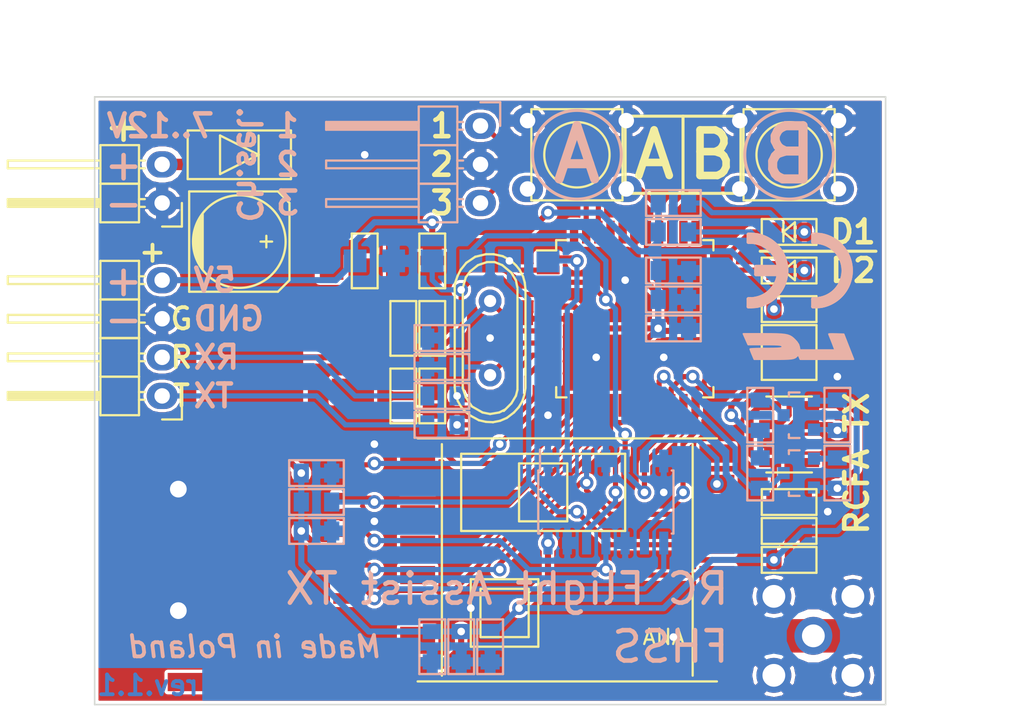
<source format=kicad_pcb>
(kicad_pcb (version 4) (host pcbnew 4.0.7)
  (layers (0 F.Cu signal) (31 B.Cu signal) (34 B.Paste user) (35 F.Paste user) (36 B.SilkS user) (37 F.SilkS user hide) (38 B.Mask user) (39 F.Mask user) (44 Edge.Cuts user))
  (net 0 "")
  (net 1 +BATT)
  (net 2 GND)
  (net 3 +5V)
  (net 4 +3V3)
  (net 5 H_MOSI)
  (net 6 MISO)
  (net 7 H_SCK)
  (net 8 RX)
  (net 9 BTN_B)
  (net 10 INT_PS)
  (net 11 INT_FNE)
  (net 12 INT_MR)
  (net 13 H_SS_SD)
  (net 14 H_SS_RADIO)
  (net 15 "Net-(R3-Pad1)")
  (net 16 L_SCK)
  (net 17 L_MOSI)
  (net 18 L_SS_RADIO)
  (net 19 L_SS_SD)
  (net 20 "Net-(C5-Pad1)")
  (net 21 BTN_A)
  (net 22 RESET)
  (net 23 "Net-(C4-Pad1)")
  (net 24 FQ_2)
  (net 25 FQ_1)
  (net 26 "Net-(D3-Pad2)")
  (net 27 /ANA)
  (net 28 RST)
  (net 29 H_SCL)
  (net 30 H_SDA)
  (net 31 L_SCL)
  (net 32 L_SDA)
  (net 33 SD_CD)
  (net 34 TX)
  (net 35 LED_D1)
  (net 36 LED_D2)
  (net 37 "Net-(D1-Pad2)")
  (net 38 "Net-(D2-Pad2)")
  (net 39 "Net-(C14-Pad1)")
  (net 40 "Net-(P3-Pad1)")
  (net 41 "Net-(P3-Pad2)")
  (module Footprints:SMA90_5.2 (layer F.Cu) (at 144.47 90.09 270)
    (fp_text reference J1 hide)
    (fp_text value SMA hide)
    (pad 1 thru_hole circle (at 0 0 270) (size 2.5 2.5) (drill 1.5) (layers *.Cu *.Mask) (net 27 /ANA) (clearance 0.5))
    (pad 3 thru_hole circle (at 2.6 -2.6 270) (size 2.3 2.3) (drill 1.5) (layers *.Cu *.Mask) (net 2 GND))
    (pad 2 thru_hole circle (at -2.6 -2.6 270) (size 2.3 2.3) (drill 1.5) (layers *.Cu *.Mask) (net 2 GND))
    (pad 5 thru_hole circle (at -2.6 2.6 270) (size 2.3 2.3) (drill 1.5) (layers *.Cu *.Mask) (net 2 GND))
    (pad 4 thru_hole circle (at 2.6 2.6 270) (size 2.3 2.3) (drill 1.5) (layers *.Cu *.Mask) (net 2 GND))
  )
  (module Footprints:R_0805 (layer B.Cu) (at 135.255 61.595)
    (fp_text reference R6 hide)
    (fp_text value 240)
    (pad 1 smd rect (at -1 0) (size 1 1.25) (layers B.Cu B.Paste B.Mask) (net 3 +5V))
    (pad 2 smd rect (at 1 0) (size 1 1.25) (layers B.Cu B.Paste B.Mask) (net 38 "Net-(D2-Pad2)"))
  )
  (module Footprints:R_0805 (layer B.Cu) (at 140.97 79.375 270)
    (fp_text reference R12 hide)
    (fp_text value 4,7K)
    (pad 1 smd rect (at -1 0 270) (size 1 1.25) (layers B.Cu B.Paste B.Mask) (net 3 +5V))
    (pad 2 smd rect (at 1 0 270) (size 1 1.25) (layers B.Cu B.Paste B.Mask) (net 29 H_SCL))
  )
  (module Footprints:C_0805 (layer F.Cu) (at 142.875 81.28)
    (fp_text reference C20 hide)
    (fp_text value 100nF)
    (pad 1 smd rect (at -1 0) (size 1 1.25) (layers F.Cu F.Paste F.Mask) (net 4 +3V3))
    (pad 2 smd rect (at 1 0) (size 1 1.25) (layers F.Cu F.Paste F.Mask) (net 2 GND))
  )
  (module Footprints:C_0805 (layer B.Cu) (at 111.76 83.185 180)
    (fp_text reference C9 hide)
    (fp_text value 1uF)
    (pad 1 smd rect (at -1 0 180) (size 1 1.25) (layers B.Cu B.Paste B.Mask) (net 2 GND))
    (pad 2 smd rect (at 1 0 180) (size 1 1.25) (layers B.Cu B.Paste B.Mask) (net 4 +3V3))
  )
  (module Pin_Headers:Pin_Header_Angled_1x02 (layer F.Cu) (at 101.6 61.595 180)
    (fp_text reference P1 hide)
    (fp_text value CONN_01X02 hide)
    (pad 1 thru_hole oval (at 0 0 180) (size 2.032 1.7272) (drill 1.016) (layers *.Cu *.Mask) (net 2 GND))
    (pad 2 thru_hole oval (at 0 2.54 180) (size 2.032 1.7272) (drill 1.016) (layers *.Cu *.Mask) (net 26 "Net-(D3-Pad2)"))
  )
  (module Crystals:Crystal_HC49-U_Vertical (layer F.Cu) (at 123.19 70.485 270)
    (fp_text reference Y1 hide)
    (fp_text value 16MHz)
    (pad 1 thru_hole circle (at -2.44094 0 270) (size 1.50114 1.50114) (drill 0.8001) (layers *.Cu B.Mask) (net 23 "Net-(C4-Pad1)"))
    (pad 2 thru_hole circle (at 2.44094 0 270) (size 1.50114 1.50114) (drill 0.8001) (layers *.Cu B.Mask) (net 20 "Net-(C5-Pad1)"))
  )
  (module Housings_QFP:TQFP-44_10x10mm_Pitch0.8mm (layer F.Cu) (at 132.715 69.215)
    (fp_text reference IC1 hide)
    (fp_text value ATMEGA644PA-A)
    (pad 1 smd rect (at -5.7 -4) (size 1.5 0.55) (layers F.Cu F.Paste F.Mask) (net 5 H_MOSI))
    (pad 2 smd rect (at -5.7 -3.2) (size 1.5 0.55) (layers F.Cu F.Paste F.Mask) (net 6 MISO))
    (pad 3 smd rect (at -5.7 -2.4) (size 1.5 0.55) (layers F.Cu F.Paste F.Mask) (net 7 H_SCK))
    (pad 4 smd rect (at -5.7 -1.6) (size 1.5 0.55) (layers F.Cu F.Paste F.Mask) (net 28 RST))
    (pad 5 smd rect (at -5.7 -0.8) (size 1.5 0.55) (layers F.Cu F.Paste F.Mask) (net 3 +5V))
    (pad 6 smd rect (at -5.7 0) (size 1.5 0.55) (layers F.Cu F.Paste F.Mask) (net 2 GND))
    (pad 7 smd rect (at -5.7 0.8) (size 1.5 0.55) (layers F.Cu F.Paste F.Mask) (net 23 "Net-(C4-Pad1)"))
    (pad 8 smd rect (at -5.7 1.6) (size 1.5 0.55) (layers F.Cu F.Paste F.Mask) (net 20 "Net-(C5-Pad1)"))
    (pad 9 smd rect (at -5.7 2.4) (size 1.5 0.55) (layers F.Cu F.Paste F.Mask) (net 8 RX))
    (pad 10 smd rect (at -5.7 3.2) (size 1.5 0.55) (layers F.Cu F.Paste F.Mask) (net 34 TX))
    (pad 11 smd rect (at -5.7 4) (size 1.5 0.55) (layers F.Cu F.Paste F.Mask) (net 33 SD_CD))
    (pad 12 smd rect (at -4 5.7 90) (size 1.5 0.55) (layers F.Cu F.Paste F.Mask) (net 22 RESET))
    (pad 13 smd rect (at -3.2 5.7 90) (size 1.5 0.55) (layers F.Cu F.Paste F.Mask) (net 10 INT_PS))
    (pad 14 smd rect (at -2.4 5.7 90) (size 1.5 0.55) (layers F.Cu F.Paste F.Mask) (net 11 INT_FNE))
    (pad 15 smd rect (at -1.6 5.7 90) (size 1.5 0.55) (layers F.Cu F.Paste F.Mask) (net 12 INT_MR))
    (pad 16 smd rect (at -0.8 5.7 90) (size 1.5 0.55) (layers F.Cu F.Paste F.Mask))
    (pad 17 smd rect (at 0 5.7 90) (size 1.5 0.55) (layers F.Cu F.Paste F.Mask) (net 3 +5V))
    (pad 18 smd rect (at 0.8 5.7 90) (size 1.5 0.55) (layers F.Cu F.Paste F.Mask) (net 2 GND))
    (pad 19 smd rect (at 1.6 5.7 90) (size 1.5 0.55) (layers F.Cu F.Paste F.Mask) (net 29 H_SCL))
    (pad 20 smd rect (at 2.4 5.7 90) (size 1.5 0.55) (layers F.Cu F.Paste F.Mask) (net 30 H_SDA))
    (pad 21 smd rect (at 3.2 5.7 90) (size 1.5 0.55) (layers F.Cu F.Paste F.Mask) (net 14 H_SS_RADIO))
    (pad 22 smd rect (at 4 5.7 90) (size 1.5 0.55) (layers F.Cu F.Paste F.Mask) (net 13 H_SS_SD))
    (pad 23 smd rect (at 5.7 4) (size 1.5 0.55) (layers F.Cu F.Paste F.Mask))
    (pad 24 smd rect (at 5.7 3.2) (size 1.5 0.55) (layers F.Cu F.Paste F.Mask))
    (pad 25 smd rect (at 5.7 2.4) (size 1.5 0.55) (layers F.Cu F.Paste F.Mask))
    (pad 26 smd rect (at 5.7 1.6) (size 1.5 0.55) (layers F.Cu F.Paste F.Mask))
    (pad 27 smd rect (at 5.7 0.8) (size 1.5 0.55) (layers F.Cu F.Paste F.Mask) (net 3 +5V))
    (pad 28 smd rect (at 5.7 0) (size 1.5 0.55) (layers F.Cu F.Paste F.Mask) (net 2 GND))
    (pad 29 smd rect (at 5.7 -0.8) (size 1.5 0.55) (layers F.Cu F.Paste F.Mask))
    (pad 30 smd rect (at 5.7 -1.6) (size 1.5 0.55) (layers F.Cu F.Paste F.Mask))
    (pad 31 smd rect (at 5.7 -2.4) (size 1.5 0.55) (layers F.Cu F.Paste F.Mask))
    (pad 32 smd rect (at 5.7 -3.2) (size 1.5 0.55) (layers F.Cu F.Paste F.Mask) (net 35 LED_D1))
    (pad 33 smd rect (at 5.7 -4) (size 1.5 0.55) (layers F.Cu F.Paste F.Mask) (net 36 LED_D2))
    (pad 34 smd rect (at 4 -5.7 90) (size 1.5 0.55) (layers F.Cu F.Paste F.Mask))
    (pad 35 smd rect (at 3.2 -5.7 90) (size 1.5 0.55) (layers F.Cu F.Paste F.Mask))
    (pad 36 smd rect (at 2.4 -5.7 90) (size 1.5 0.55) (layers F.Cu F.Paste F.Mask) (net 9 BTN_B))
    (pad 37 smd rect (at 1.6 -5.7 90) (size 1.5 0.55) (layers F.Cu F.Paste F.Mask) (net 21 BTN_A))
    (pad 38 smd rect (at 0.8 -5.7 90) (size 1.5 0.55) (layers F.Cu F.Paste F.Mask) (net 3 +5V))
    (pad 39 smd rect (at 0 -5.7 90) (size 1.5 0.55) (layers F.Cu F.Paste F.Mask) (net 2 GND))
    (pad 40 smd rect (at -0.8 -5.7 90) (size 1.5 0.55) (layers F.Cu F.Paste F.Mask))
    (pad 41 smd rect (at -1.6 -5.7 90) (size 1.5 0.55) (layers F.Cu F.Paste F.Mask))
    (pad 42 smd rect (at -2.4 -5.7 90) (size 1.5 0.55) (layers F.Cu F.Paste F.Mask) (net 25 FQ_1))
    (pad 43 smd rect (at -3.2 -5.7 90) (size 1.5 0.55) (layers F.Cu F.Paste F.Mask) (net 24 FQ_2))
    (pad 44 smd rect (at -4 -5.7 90) (size 1.5 0.55) (layers F.Cu F.Paste F.Mask))
  )
  (module Pin_Headers:Pin_Header_Angled_1x03 (layer B.Cu) (at 122.555 56.515 180)
    (fp_text reference P2 hide)
    (fp_text value CONN_01X03 hide)
    (pad 1 thru_hole oval (at 0 0 180) (size 2.032 1.7272) (drill 1.016) (layers *.Cu F.Mask) (net 25 FQ_1))
    (pad 2 thru_hole oval (at 0 -2.54 180) (size 2.032 1.7272) (drill 1.016) (layers *.Cu F.Mask) (net 2 GND))
    (pad 3 thru_hole oval (at 0 -5.08 180) (size 2.032 1.7272) (drill 1.016) (layers *.Cu F.Mask) (net 24 FQ_2))
  )
  (module Pin_Headers:Pin_Header_Angled_1x04 (layer F.Cu) (at 101.6 74.295 180)
    (fp_text reference P3 hide)
    (fp_text value CONN_01X04 hide)
    (pad 1 thru_hole oval (at 0 0 180) (size 2.032 1.7272) (drill 1.016) (layers *.Cu *.Mask) (net 40 "Net-(P3-Pad1)"))
    (pad 2 thru_hole oval (at 0 2.54 180) (size 2.032 1.7272) (drill 1.016) (layers *.Cu *.Mask) (net 41 "Net-(P3-Pad2)"))
    (pad 3 thru_hole oval (at 0 5.08 180) (size 2.032 1.7272) (drill 1.016) (layers *.Cu *.Mask) (net 2 GND))
    (pad 4 thru_hole oval (at 0 7.62 180) (size 2.032 1.7272) (drill 1.016) (layers *.Cu *.Mask) (net 3 +5V))
  )
  (module Footprints:LM317_DPAK (layer F.Cu) (at 109.855 71.755 90)
    (fp_text reference U2 hide)
    (fp_text value LM317D)
    (pad 3 smd rect (at 2.18 4.3 90) (size 1.55 2.78) (layers F.Cu F.Paste F.Mask) (net 3 +5V))
    (pad 2 smd rect (at 0 -2.335 90) (size 6.74 6.73) (layers F.Cu F.Paste F.Mask) (net 4 +3V3) (clearance 0.3))
    (pad 1 smd rect (at -2.18 4.3 90) (size 1.55 2.78) (layers F.Cu F.Paste F.Mask) (net 15 "Net-(R3-Pad1)"))
  )
  (module Capacitors_SMD:c_elec_6.3x5.3 (layer F.Cu) (at 106.68 64.135)
    (fp_text reference C16 hide)
    (fp_text value 100uF)
    (pad 1 smd rect (at 2.75082 0) (size 3.59918 1.6002) (layers F.Cu F.Paste F.Mask) (net 1 +BATT))
    (pad 2 smd rect (at -2.75082 0) (size 3.59918 1.6002) (layers F.Cu F.Paste F.Mask) (net 2 GND))
  )
  (module Footprints:1Pin (layer F.Cu) (at 144.47 90.09)
    (fp_text reference P5 hide)
    (fp_text value CONN_01X01 hide)
    (pad 1 smd rect (at 0 0) (size 6.5 2.2) (layers F.Cu F.Mask) (net 27 /ANA) (clearance 0.5))
  )
  (module Footprints:1Pin (layer F.Cu) (at 116.84 65.405)
    (fp_text reference P8 hide)
    (fp_text value CONN_01X01 hide)
    (pad 1 smd rect (at 0 0) (size 1.5 1.5) (layers B.Cu B.Mask) (net 2 GND))
  )
  (module Footprints:1Pin (layer F.Cu) (at 114.3 65.405)
    (fp_text reference P9 hide)
    (fp_text value CONN_01X01 hide)
    (pad 1 smd rect (at 0 0) (size 1.5 1.5) (layers B.Cu B.Mask) (net 3 +5V))
  )
  (module Footprints:1Pin (layer F.Cu) (at 119.38 65.405)
    (fp_text reference P10 hide)
    (fp_text value CONN_01X01 hide)
    (pad 1 smd rect (at 0 0) (size 1.5 1.5) (layers B.Cu B.Mask) (net 28 RST))
  )
  (module Footprints:1Pin (layer F.Cu) (at 121.92 65.405)
    (fp_text reference P11 hide)
    (fp_text value CONN_01X01 hide)
    (pad 1 smd rect (at 0 0) (size 1.5 1.5) (layers B.Cu B.Mask) (net 7 H_SCK))
  )
  (module Footprints:1Pin (layer F.Cu) (at 127 65.405)
    (fp_text reference P12 hide)
    (fp_text value CONN_01X01 hide)
    (pad 1 smd rect (at 0 0) (size 1.5 1.5) (layers B.Cu B.Mask) (net 5 H_MOSI))
  )
  (module Footprints:1Pin (layer F.Cu) (at 124.46 65.405)
    (fp_text reference P13 hide)
    (fp_text value CONN_01X01 hide)
    (pad 1 smd rect (at 0 0) (size 1.5 1.5) (layers B.Cu B.Mask) (net 6 MISO))
  )
  (module Footprints:B3F_10XX (layer F.Cu) (at 128.905 58.42)
    (fp_text reference S1)
    (fp_text value SM612A hide)
    (pad 1 thru_hole oval (at -3.25 -2.25) (size 2.032 1.7272) (drill 1.016) (layers *.Cu B.Mask) (net 2 GND))
    (pad 2 thru_hole oval (at 3.25 -2.25) (size 2.032 1.7272) (drill 1.016) (layers *.Cu B.Mask) (net 2 GND))
    (pad 3 thru_hole oval (at 3.25 2.25) (size 2.032 1.7272) (drill 1.016) (layers *.Cu B.Mask) (net 21 BTN_A))
    (pad 4 thru_hole oval (at -3.25 2.25) (size 2.032 1.7272) (drill 1.016) (layers *.Cu B.Mask))
  )
  (module Footprints:B3F_10XX (layer F.Cu) (at 142.875 58.42)
    (fp_text reference S2)
    (fp_text value SM612A hide)
    (pad 1 thru_hole oval (at -3.25 -2.25) (size 2.032 1.7272) (drill 1.016) (layers *.Cu B.Mask) (net 2 GND))
    (pad 2 thru_hole oval (at 3.25 -2.25) (size 2.032 1.7272) (drill 1.016) (layers *.Cu B.Mask) (net 2 GND))
    (pad 3 thru_hole oval (at 3.25 2.25) (size 2.032 1.7272) (drill 1.016) (layers *.Cu B.Mask))
    (pad 4 thru_hole oval (at -3.25 2.25) (size 2.032 1.7272) (drill 1.016) (layers *.Cu B.Mask) (net 9 BTN_B))
  )
  (module Footprints:1Pin (layer F.Cu) (at 121.92 88.265)
    (fp_text reference P19 hide)
    (fp_text value CONN_01X01 hide)
    (pad 1 thru_hole circle (at 0 0) (size 0.7 0.7) (drill 0.5) (layers *.Cu) (net 2 GND))
  )
  (module Footprints:1Pin (layer F.Cu) (at 114.935 58.42)
    (fp_text reference P20 hide)
    (fp_text value CONN_01X01 hide)
    (pad 1 thru_hole circle (at 0 0) (size 0.7 0.7) (drill 0.5) (layers *.Cu) (net 2 GND) (clearance 0.5))
  )
  (module Footprints:1Pin (layer F.Cu) (at 134.62 80.645)
    (fp_text reference P21 hide)
    (fp_text value CONN_01X01 hide)
    (pad 1 thru_hole circle (at 0 0) (size 0.7 0.7) (drill 0.5) (layers *.Cu) (net 2 GND))
  )
  (module Footprints:1Pin (layer F.Cu) (at 123.19 70.485)
    (fp_text reference P22 hide)
    (fp_text value CONN_01X01 hide)
    (pad 1 thru_hole circle (at 0 0) (size 0.7 0.7) (drill 0.5) (layers *.Cu) (net 2 GND))
  )
  (module Footprints:1Pin (layer F.Cu) (at 115.57 77.47)
    (fp_text reference P23 hide)
    (fp_text value CONN_01X01 hide)
    (pad 1 thru_hole circle (at 0 0) (size 0.7 0.7) (drill 0.5) (layers *.Cu) (net 2 GND))
  )
  (module Footprints:1Pin (layer F.Cu) (at 145.415 81.915)
    (fp_text reference P24 hide)
    (fp_text value CONN_01X01 hide)
    (pad 1 thru_hole circle (at 0 0) (size 0.7 0.7) (drill 0.5) (layers *.Cu) (net 2 GND))
  )
  (module Footprints:1Pin (layer F.Cu) (at 135.255 90.17)
    (fp_text reference P25 hide)
    (fp_text value CONN_01X01 hide)
    (pad 1 thru_hole circle (at 0 0) (size 0.7 0.7) (drill 0.5) (layers *.Cu) (net 2 GND))
  )
  (module Footprints:1Pin (layer F.Cu) (at 115.57 82.55)
    (fp_text reference P26 hide)
    (fp_text value CONN_01X01 hide)
    (pad 1 thru_hole circle (at 0 0) (size 0.7 0.7) (drill 0.5) (layers *.Cu) (net 2 GND))
  )
  (module Footprints:1Pin (layer F.Cu) (at 130.175 71.755)
    (fp_text reference P27 hide)
    (fp_text value CONN_01X01 hide)
    (pad 1 thru_hole circle (at 0 0) (size 0.7 0.7) (drill 0.5) (layers *.Cu) (net 2 GND))
  )
  (module Footprints:1Pin (layer F.Cu) (at 135.255 71.755)
    (fp_text reference P28 hide)
    (fp_text value CONN_01X01 hide)
    (pad 1 thru_hole circle (at -0.635 0) (size 0.7 0.7) (drill 0.5) (layers *.Cu) (net 2 GND))
  )
  (module Footprints:1Pin (layer F.Cu) (at 127 75.565)
    (fp_text reference P29 hide)
    (fp_text value CONN_01X01 hide)
    (pad 1 thru_hole circle (at 0 0) (size 0.7 0.7) (drill 0.5) (layers *.Cu) (net 2 GND))
  )
  (module Footprints:1Pin (layer F.Cu) (at 146.685 73.025)
    (fp_text reference P30 hide)
    (fp_text value CONN_01X01 hide)
    (pad 1 thru_hole circle (at -0.635 0) (size 0.7 0.7) (drill 0.5) (layers *.Cu) (net 2 GND))
  )
  (module Footprints:1Pin (layer F.Cu) (at 132.08 66.675)
    (fp_text reference P31 hide)
    (fp_text value CONN_01X01 hide)
    (pad 1 thru_hole circle (at 0 0) (size 0.7 0.7) (drill 0.5) (layers *.Cu) (net 2 GND))
  )
  (module Footprints:lc (layer B.Cu) (at 143.51 71.12 180)
    (fp_text reference G*** hide)
    (fp_text value LOGO hide)
  )
  (module Footprints:C_0805 (layer B.Cu) (at 135.255 69.85)
    (fp_text reference C1 hide)
    (fp_text value 100nF)
    (pad 1 smd rect (at -1 0) (size 1 1.25) (layers B.Cu B.Paste B.Mask) (net 3 +5V))
    (pad 2 smd rect (at 1 0) (size 1 1.25) (layers B.Cu B.Paste B.Mask) (net 2 GND))
  )
  (module Footprints:C_0805 (layer B.Cu) (at 135.255 67.945)
    (fp_text reference C2 hide)
    (fp_text value 1uF)
    (pad 1 smd rect (at -1 0) (size 1 1.25) (layers B.Cu B.Paste B.Mask) (net 3 +5V))
    (pad 2 smd rect (at 1 0) (size 1 1.25) (layers B.Cu B.Paste B.Mask) (net 2 GND))
  )
  (module Footprints:C_0805 (layer B.Cu) (at 135.255 66.04)
    (fp_text reference C3 hide)
    (fp_text value 10uF)
    (pad 1 smd rect (at -1 0) (size 1 1.25) (layers B.Cu B.Paste B.Mask) (net 3 +5V))
    (pad 2 smd rect (at 1 0) (size 1 1.25) (layers B.Cu B.Paste B.Mask) (net 2 GND))
  )
  (module Footprints:C_0805 (layer B.Cu) (at 120.015 70.485 180)
    (fp_text reference C4 hide)
    (fp_text value 22pF)
    (pad 1 smd rect (at -1 0 180) (size 1 1.25) (layers B.Cu B.Paste B.Mask) (net 23 "Net-(C4-Pad1)"))
    (pad 2 smd rect (at 1 0 180) (size 1 1.25) (layers B.Cu B.Paste B.Mask) (net 2 GND))
  )
  (module Footprints:C_0805 (layer B.Cu) (at 120.015 72.39 180)
    (fp_text reference C5 hide)
    (fp_text value 22pF)
    (pad 1 smd rect (at -1 0 180) (size 1 1.25) (layers B.Cu B.Paste B.Mask) (net 20 "Net-(C5-Pad1)"))
    (pad 2 smd rect (at 1 0 180) (size 1 1.25) (layers B.Cu B.Paste B.Mask) (net 2 GND))
  )
  (module Footprints:C_0805 (layer F.Cu) (at 114.935 65.405 270)
    (fp_text reference C6 hide)
    (fp_text value 100nF)
    (pad 1 smd rect (at -1 0 270) (size 1 1.25) (layers F.Cu F.Paste F.Mask) (net 1 +BATT))
    (pad 2 smd rect (at 1 0 270) (size 1 1.25) (layers F.Cu F.Paste F.Mask) (net 2 GND))
  )
  (module Footprints:C_0805 (layer F.Cu) (at 119.38 65.405 270)
    (fp_text reference C7 hide)
    (fp_text value 100nF)
    (pad 1 smd rect (at -1 0 270) (size 1 1.25) (layers F.Cu F.Paste F.Mask) (net 3 +5V))
    (pad 2 smd rect (at 1 0 270) (size 1 1.25) (layers F.Cu F.Paste F.Mask) (net 2 GND))
  )
  (module Footprints:C_0805 (layer F.Cu) (at 117.475 69.85 270)
    (fp_text reference C8 hide)
    (fp_text value 100nF)
    (pad 1 smd rect (at -1 0 270) (size 1 1.25) (layers F.Cu F.Paste F.Mask) (net 3 +5V))
    (pad 2 smd rect (at 1 0 270) (size 1 1.25) (layers F.Cu F.Paste F.Mask) (net 2 GND))
  )
  (module Footprints:C_0805 (layer B.Cu) (at 121.285 90.805 270)
    (fp_text reference C10 hide)
    (fp_text value 1uF)
    (pad 1 smd rect (at -1 0 270) (size 1 1.25) (layers B.Cu B.Paste B.Mask) (net 4 +3V3))
    (pad 2 smd rect (at 1 0 270) (size 1 1.25) (layers B.Cu B.Paste B.Mask) (net 2 GND))
  )
  (module Footprints:C_0805 (layer B.Cu) (at 111.76 79.375)
    (fp_text reference C11 hide)
    (fp_text value 100nF)
    (pad 1 smd rect (at -1 0) (size 1 1.25) (layers B.Cu B.Paste B.Mask) (net 4 +3V3))
    (pad 2 smd rect (at 1 0) (size 1 1.25) (layers B.Cu B.Paste B.Mask) (net 2 GND))
  )
  (module Footprints:C_0805 (layer B.Cu) (at 119.38 90.805 270)
    (fp_text reference C12 hide)
    (fp_text value 10uF)
    (pad 1 smd rect (at -1 0 270) (size 1 1.25) (layers B.Cu B.Paste B.Mask) (net 4 +3V3))
    (pad 2 smd rect (at 1 0 270) (size 1 1.25) (layers B.Cu B.Paste B.Mask) (net 2 GND))
  )
  (module Footprints:C_0805 (layer B.Cu) (at 123.19 90.805 90)
    (fp_text reference C13 hide)
    (fp_text value 100nF)
    (pad 1 smd rect (at -1 0 90) (size 1 1.25) (layers B.Cu B.Paste B.Mask) (net 2 GND))
    (pad 2 smd rect (at 1 0 90) (size 1 1.25) (layers B.Cu B.Paste B.Mask) (net 4 +3V3))
  )
  (module Footprints:C_0805 (layer F.Cu) (at 142.875 68.58 180)
    (fp_text reference C17 hide)
    (fp_text value 100nF)
    (pad 1 smd rect (at -1 0 180) (size 1 1.25) (layers F.Cu F.Paste F.Mask) (net 2 GND))
    (pad 2 smd rect (at 1 0 180) (size 1 1.25) (layers F.Cu F.Paste F.Mask) (net 3 +5V))
  )
  (module Footprints:C_0805 (layer F.Cu) (at 142.875 70.485 180)
    (fp_text reference C18 hide)
    (fp_text value 1uF)
    (pad 1 smd rect (at -1 0 180) (size 1 1.25) (layers F.Cu F.Paste F.Mask) (net 2 GND))
    (pad 2 smd rect (at 1 0 180) (size 1 1.25) (layers F.Cu F.Paste F.Mask) (net 3 +5V))
  )
  (module Footprints:C_0805 (layer F.Cu) (at 142.875 85.09)
    (fp_text reference C19 hide)
    (fp_text value 1uF)
    (pad 1 smd rect (at -1 0) (size 1 1.25) (layers F.Cu F.Paste F.Mask) (net 4 +3V3))
    (pad 2 smd rect (at 1 0) (size 1 1.25) (layers F.Cu F.Paste F.Mask) (net 2 GND))
  )
  (module Footprints:R_0805 (layer F.Cu) (at 119.38 69.85 90)
    (fp_text reference R1 hide)
    (fp_text value 10K)
    (pad 1 smd rect (at -1 0 90) (size 1 1.25) (layers F.Cu F.Paste F.Mask) (net 28 RST))
    (pad 2 smd rect (at 1 0 90) (size 1 1.25) (layers F.Cu F.Paste F.Mask) (net 3 +5V))
  )
  (module Footprints:R_0805 (layer B.Cu) (at 111.76 81.28)
    (fp_text reference R2 hide)
    (fp_text value 10K)
    (pad 1 smd rect (at -1 0) (size 1 1.25) (layers B.Cu B.Paste B.Mask) (net 4 +3V3))
    (pad 2 smd rect (at 1 0) (size 1 1.25) (layers B.Cu B.Paste B.Mask) (net 6 MISO))
  )
  (module Footprints:R_0805 (layer F.Cu) (at 119.38 74.295 90)
    (fp_text reference R3 hide)
    (fp_text value 390)
    (pad 1 smd rect (at -1 0 90) (size 1 1.25) (layers F.Cu F.Paste F.Mask) (net 15 "Net-(R3-Pad1)"))
    (pad 2 smd rect (at 1 0 90) (size 1 1.25) (layers F.Cu F.Paste F.Mask) (net 2 GND))
  )
  (module Footprints:R_0805 (layer F.Cu) (at 117.475 74.295 270)
    (fp_text reference R4 hide)
    (fp_text value 240)
    (pad 1 smd rect (at -1 0 270) (size 1 1.25) (layers F.Cu F.Paste F.Mask) (net 4 +3V3))
    (pad 2 smd rect (at 1 0 270) (size 1 1.25) (layers F.Cu F.Paste F.Mask) (net 15 "Net-(R3-Pad1)"))
  )
  (module Footprints:R_0805 (layer B.Cu) (at 135.255 63.5)
    (fp_text reference R5 hide)
    (fp_text value 240)
    (pad 1 smd rect (at -1 0) (size 1 1.25) (layers B.Cu B.Paste B.Mask) (net 3 +5V))
    (pad 2 smd rect (at 1 0) (size 1 1.25) (layers B.Cu B.Paste B.Mask) (net 37 "Net-(D1-Pad2)"))
  )
  (module Footprints:R_0805 (layer B.Cu) (at 146.05 75.565 270)
    (fp_text reference R9 hide)
    (fp_text value 4,7K)
    (pad 1 smd rect (at -1 0 270) (size 1 1.25) (layers B.Cu B.Paste B.Mask) (net 4 +3V3))
    (pad 2 smd rect (at 1 0 270) (size 1 1.25) (layers B.Cu B.Paste B.Mask) (net 32 L_SDA))
  )
  (module Footprints:R_0805 (layer B.Cu) (at 140.97 75.565 90)
    (fp_text reference R10 hide)
    (fp_text value 4,7K)
    (pad 1 smd rect (at -1 0 90) (size 1 1.25) (layers B.Cu B.Paste B.Mask) (net 3 +5V))
    (pad 2 smd rect (at 1 0 90) (size 1 1.25) (layers B.Cu B.Paste B.Mask) (net 30 H_SDA))
  )
  (module Footprints:R_0805 (layer B.Cu) (at 146.05 79.375 270)
    (fp_text reference R11 hide)
    (fp_text value 4,7K)
    (pad 1 smd rect (at -1 0 270) (size 1 1.25) (layers B.Cu B.Paste B.Mask) (net 4 +3V3))
    (pad 2 smd rect (at 1 0 270) (size 1 1.25) (layers B.Cu B.Paste B.Mask) (net 31 L_SCL))
  )
  (module TO_SOT_Packages_SMD:SOT-23 (layer B.Cu) (at 143.51 75.565 270)
    (fp_text reference Q1 hide)
    (fp_text value BSS138)
    (pad 1 smd rect (at -0.95 -1.00076 270) (size 0.8001 0.8001) (layers B.Cu B.Paste B.Mask) (net 4 +3V3))
    (pad 2 smd rect (at 0.95 -1.00076 270) (size 0.8001 0.8001) (layers B.Cu B.Paste B.Mask) (net 32 L_SDA))
    (pad 3 smd rect (at 0 0.99822 270) (size 0.8001 0.8001) (layers B.Cu B.Paste B.Mask) (net 30 H_SDA))
  )
  (module TO_SOT_Packages_SMD:SOT-23 (layer B.Cu) (at 143.51 79.375 270)
    (fp_text reference Q2 hide)
    (fp_text value BSS138)
    (pad 1 smd rect (at -0.95 -1.00076 270) (size 0.8001 0.8001) (layers B.Cu B.Paste B.Mask) (net 4 +3V3))
    (pad 2 smd rect (at 0.95 -1.00076 270) (size 0.8001 0.8001) (layers B.Cu B.Paste B.Mask) (net 31 L_SCL))
    (pad 3 smd rect (at 0 0.99822 270) (size 0.8001 0.8001) (layers B.Cu B.Paste B.Mask) (net 29 H_SCL))
  )
  (module Footprints:Micro_SD_msde-tf (layer F.Cu) (at 113.665 87.63 270)
    (fp_text reference U4 hide)
    (fp_text value CARD-MSDE-TF hide)
    (pad 1 smd rect (at 0 0 270) (size 0.7 1.6) (layers F.Cu F.Paste F.Mask))
    (pad 2 smd rect (at -1.1 0 270) (size 0.7 1.6) (layers F.Cu F.Paste F.Mask) (net 19 L_SS_SD))
    (pad 3 smd rect (at -2.2 0 270) (size 0.7 1.6) (layers F.Cu F.Paste F.Mask) (net 17 L_MOSI))
    (pad 4 smd rect (at -3.3 0 270) (size 0.7 1.6) (layers F.Cu F.Paste F.Mask) (net 4 +3V3))
    (pad 5 smd rect (at -4.4 0 270) (size 0.7 1.6) (layers F.Cu F.Paste F.Mask) (net 16 L_SCK))
    (pad 6 smd rect (at -5.5 0 270) (size 0.7 1.6) (layers F.Cu F.Paste F.Mask) (net 2 GND))
    (pad 7 smd rect (at -6.6 0 270) (size 0.7 1.6) (layers F.Cu F.Paste F.Mask) (net 6 MISO))
    (pad 8 smd rect (at -7.7 0 270) (size 0.7 1.6) (layers F.Cu F.Paste F.Mask))
    (pad Cd smd rect (at -8.8 0 270) (size 0.7 1.6) (layers F.Cu F.Paste F.Mask) (net 33 SD_CD))
    (pad 6 thru_hole circle (at -7.2 11 270) (size 1.2 1.2) (drill 1.1) (layers *.Cu) (net 2 GND))
    (pad 6 thru_hole circle (at 0.8 11 270) (size 1.2 1.2) (drill 1.1) (layers *.Cu) (net 2 GND))
    (pad "" smd rect (at 5.5 10.45 270) (size 1.2 2.5) (layers F.Cu F.Paste F.Mask))
    (pad 6 smd rect (at -10 10.45 270) (size 1.2 2.5) (layers F.Cu F.Paste F.Mask) (net 2 GND))
    (pad "" smd rect (at 4.6 1.05 270) (size 1.6 1.5) (layers F.Cu F.Paste F.Mask))
    (pad "" smd rect (at -10 1.3 270) (size 1.2 1.8) (layers F.Cu F.Paste F.Mask))
  )
  (module Footprints:LM317_DPAK (layer F.Cu) (at 114.935 60.96)
    (fp_text reference U1 hide)
    (fp_text value LM7805CT)
    (pad 3 smd rect (at 2.18 4.3) (size 1.55 2.78) (layers F.Cu F.Paste F.Mask) (net 3 +5V))
    (pad 2 smd rect (at 0 -2.335) (size 6.74 6.73) (layers F.Cu F.Paste F.Mask) (net 2 GND))
    (pad 1 smd rect (at -2.18 4.3) (size 1.55 2.78) (layers F.Cu F.Paste F.Mask) (net 1 +BATT))
  )
  (module Footprints:LED_0805 (layer F.Cu) (at 142.875 66.04)
    (fp_text reference D1 hide)
    (fp_text value LED0805W-RD-160)
    (pad 1 smd rect (at -1 0) (size 1 1.25) (layers F.Cu F.Paste F.Mask) (net 35 LED_D1))
    (pad 2 smd rect (at 1 0) (size 1 1.25) (layers F.Cu F.Paste F.Mask) (net 37 "Net-(D1-Pad2)"))
  )
  (module Footprints:LED_0805 (layer F.Cu) (at 142.875 63.5)
    (fp_text reference D2 hide)
    (fp_text value LED0805W-YL-160)
    (pad 1 smd rect (at -1 0) (size 1 1.25) (layers F.Cu F.Paste F.Mask) (net 36 LED_D2))
    (pad 2 smd rect (at 1 0) (size 1 1.25) (layers F.Cu F.Paste F.Mask) (net 38 "Net-(D2-Pad2)"))
  )
  (module Footprints:RFM69HW_SMD (layer F.Cu) (at 128.27 85.09)
    (fp_text reference RFM1 hide)
    (fp_text value RFM69HW hide)
    (fp_text user ANA (at 6.35 5.08) (layer F.SilkS))
    (pad 4 smd rect (at -9.85 -1) (size 2.3 1.2) (layers F.Cu F.Paste F.Mask) (net 11 INT_FNE))
    (pad 5 smd rect (at -9.85 1) (size 2.3 1.2) (layers F.Cu F.Paste F.Mask))
    (pad 3 smd rect (at -9.85 -3) (size 2.3 1.2) (layers F.Cu F.Paste F.Mask))
    (pad 6 smd rect (at -9.85 3) (size 2.3 1.2) (layers F.Cu F.Paste F.Mask) (net 12 INT_MR))
    (pad 2 smd rect (at -9.85 -5) (size 2.3 1.2) (layers F.Cu F.Paste F.Mask) (net 10 INT_PS))
    (pad 7 smd rect (at -9.85 5) (size 2.3 1.2) (layers F.Cu F.Paste F.Mask))
    (pad 1 smd rect (at -9.85 -7) (size 2.3 1.2) (layers F.Cu F.Paste F.Mask) (net 22 RESET))
    (pad 8 smd rect (at -9.85 7) (size 2.3 1.2) (layers F.Cu F.Paste F.Mask) (net 4 +3V3))
    (pad 9 smd rect (at 9.85 7) (size 2.3 1.2) (layers F.Cu F.Paste F.Mask) (net 2 GND))
    (pad 10 smd rect (at 9.85 5) (size 2.3 1.2) (layers F.Cu F.Paste F.Mask) (net 27 /ANA))
    (pad 11 smd rect (at 9.85 3) (size 2.3 1.2) (layers F.Cu F.Paste F.Mask) (net 2 GND))
    (pad 12 smd rect (at 9.85 1) (size 2.3 1.2) (layers F.Cu F.Paste F.Mask) (net 16 L_SCK))
    (pad 13 smd rect (at 9.85 -1) (size 2.3 1.2) (layers F.Cu F.Paste F.Mask) (net 6 MISO))
    (pad 14 smd rect (at 9.85 -3) (size 2.3 1.2) (layers F.Cu F.Paste F.Mask) (net 17 L_MOSI))
    (pad 15 smd rect (at 9.85 -5) (size 2.3 1.2) (layers F.Cu F.Paste F.Mask) (net 18 L_SS_RADIO))
    (pad 16 smd rect (at 9.85 -7) (size 2.3 1.2) (layers F.Cu F.Paste F.Mask))
  )
  (module Footprints:MELF_Standard (layer F.Cu) (at 106.68 58.42 180)
    (fp_text reference D3 hide)
    (fp_text value SM4007)
    (pad 1 smd rect (at -2.4003 0 180) (size 1.50114 2.70002) (layers F.Cu F.Paste F.Mask) (net 1 +BATT))
    (pad 2 smd rect (at 2.4003 0 180) (size 1.50114 2.70002) (layers F.Cu F.Paste F.Mask) (net 26 "Net-(D3-Pad2)"))
  )
  (module Symbols:Symbol_CE_SilkScreen_5mm (layer B.Cu) (at 143.51 66.04 180)
    (fp_text reference REF** hide)
    (fp_text value Symbol_CE_SilkScreen_5mm hide)
  )
  (module Footprints:C_0805 (layer F.Cu) (at 142.875 72.39)
    (fp_text reference C14 hide)
    (fp_text value 100nF)
    (pad 1 smd rect (at -1 0) (size 1 1.25) (layers F.Cu F.Paste F.Mask) (net 39 "Net-(C14-Pad1)"))
    (pad 2 smd rect (at 1 0) (size 1 1.25) (layers F.Cu F.Paste F.Mask) (net 2 GND))
  )
  (module Footprints:LGA8_v2 (layer F.Cu) (at 142.875 76.835)
    (fp_text reference U5 hide)
    (fp_text value MPL3115A2 hide)
    (pad 1 smd rect (at -1.25 -1.9) (size 1.45 0.6) (layers F.Cu F.Paste F.Mask) (net 4 +3V3))
    (pad 2 smd rect (at -1.25 -0.65) (size 1.45 0.6) (layers F.Cu F.Paste F.Mask) (net 39 "Net-(C14-Pad1)"))
    (pad 3 smd rect (at -1.25 0.6) (size 1.45 0.6) (layers F.Cu F.Paste F.Mask) (net 2 GND))
    (pad 4 smd rect (at -1.25 1.85) (size 1.45 0.6) (layers F.Cu F.Paste F.Mask) (net 4 +3V3))
    (pad 5 smd rect (at 1.25 1.85) (size 1.45 0.6) (layers F.Cu F.Paste F.Mask))
    (pad 6 smd rect (at 1.25 0.6) (size 1.45 0.6) (layers F.Cu F.Paste F.Mask))
    (pad 7 smd rect (at 1.25 -0.65) (size 1.45 0.6) (layers F.Cu F.Paste F.Mask) (net 32 L_SDA))
    (pad 8 smd rect (at 1.25 -1.9) (size 1.45 0.6) (layers F.Cu F.Paste F.Mask) (net 31 L_SCL))
  )
  (module Footprints:C_0805 (layer F.Cu) (at 142.875 83.185)
    (fp_text reference C15 hide)
    (fp_text value 10uF)
    (pad 1 smd rect (at -1 0) (size 1 1.25) (layers F.Cu F.Paste F.Mask) (net 4 +3V3))
    (pad 2 smd rect (at 1 0) (size 1 1.25) (layers F.Cu F.Paste F.Mask) (net 2 GND))
  )
  (module Footprints:R_0805 (layer B.Cu) (at 120.015 74.295)
    (fp_text reference R7 hide)
    (fp_text value 240)
    (pad 1 smd rect (at -1 0) (size 1 1.25) (layers B.Cu B.Paste B.Mask) (net 41 "Net-(P3-Pad2)"))
    (pad 2 smd rect (at 1 0) (size 1 1.25) (layers B.Cu B.Paste B.Mask) (net 8 RX))
  )
  (module Footprints:R_0805 (layer B.Cu) (at 120.015 76.2 180)
    (fp_text reference R8 hide)
    (fp_text value 240)
    (pad 1 smd rect (at -1 0 180) (size 1 1.25) (layers B.Cu B.Paste B.Mask) (net 34 TX))
    (pad 2 smd rect (at 1 0 180) (size 1 1.25) (layers B.Cu B.Paste B.Mask) (net 40 "Net-(P3-Pad1)"))
  )
  (module Housings_SOIC:SOIC-14_3.9x8.7mm_Pitch1.27mm (layer B.Cu) (at 130.81 81.28 270)
    (fp_text reference U3 hide)
    (fp_text value 74LVC125)
    (pad 1 smd rect (at -2.7 3.81 270) (size 1.5 0.6) (layers B.Cu B.Paste B.Mask) (net 2 GND))
    (pad 2 smd rect (at -2.7 2.54 270) (size 1.5 0.6) (layers B.Cu B.Paste B.Mask) (net 5 H_MOSI))
    (pad 3 smd rect (at -2.7 1.27 270) (size 1.5 0.6) (layers B.Cu B.Paste B.Mask) (net 17 L_MOSI))
    (pad 4 smd rect (at -2.7 0 270) (size 1.5 0.6) (layers B.Cu B.Paste B.Mask) (net 2 GND))
    (pad 5 smd rect (at -2.7 -1.27 270) (size 1.5 0.6) (layers B.Cu B.Paste B.Mask) (net 14 H_SS_RADIO))
    (pad 6 smd rect (at -2.7 -2.54 270) (size 1.5 0.6) (layers B.Cu B.Paste B.Mask) (net 18 L_SS_RADIO))
    (pad 7 smd rect (at -2.7 -3.81 270) (size 1.5 0.6) (layers B.Cu B.Paste B.Mask) (net 2 GND))
    (pad 8 smd rect (at 2.7 -3.81 270) (size 1.5 0.6) (layers B.Cu B.Paste B.Mask) (net 19 L_SS_SD))
    (pad 9 smd rect (at 2.7 -2.54 270) (size 1.5 0.6) (layers B.Cu B.Paste B.Mask) (net 13 H_SS_SD))
    (pad 10 smd rect (at 2.7 -1.27 270) (size 1.5 0.6) (layers B.Cu B.Paste B.Mask) (net 2 GND))
    (pad 11 smd rect (at 2.7 0 270) (size 1.5 0.6) (layers B.Cu B.Paste B.Mask) (net 16 L_SCK))
    (pad 12 smd rect (at 2.7 1.27 270) (size 1.5 0.6) (layers B.Cu B.Paste B.Mask) (net 7 H_SCK))
    (pad 13 smd rect (at 2.7 2.54 270) (size 1.5 0.6) (layers B.Cu B.Paste B.Mask) (net 2 GND))
    (pad 14 smd rect (at 2.7 3.81 270) (size 1.5 0.6) (layers B.Cu B.Paste B.Mask) (net 4 +3V3))
  )
  (gr_text "Made in Poland" (at 116.205 90.805) (layer B.SilkS) (effects (font (size 1.4 1.4) (thickness 0.25) italic) (justify left mirror)))
  (gr_text 3 (at 120.015 61.595) (layer F.SilkS) (effects (font (size 1.5 1.5) (thickness 0.3))))
  (gr_text 2 (at 120.015 59.055) (layer F.SilkS) (effects (font (size 1.5 1.5) (thickness 0.3))))
  (gr_text 1 (at 120.015 56.515) (layer F.SilkS) (effects (font (size 1.5 1.5) (thickness 0.3))))
  (gr_line (start 135.89 55.88) (end 135.89 60.96) (angle 90) (layer F.SilkS) (width 0.2))
  (gr_line (start 132.08 60.96) (end 139.7 60.96) (angle 90) (layer F.SilkS) (width 0.2))
  (gr_line (start 132.08 55.88) (end 139.7 55.88) (angle 90) (layer F.SilkS) (width 0.2))
  (gr_line (start 140.97 64.77) (end 148.59 64.77) (angle 90) (layer F.SilkS) (width 0.2))
  (gr_text "RCFA TX" (at 147.32 78.74 90) (layer F.SilkS) (effects (font (size 1.5 1.5) (thickness 0.3))))
  (gr_line (start 149.225 54.61) (end 97.155 54.61) (angle 90) (layer Edge.Cuts) (width 0.1))
  (gr_line (start 149.225 94.615) (end 97.155 94.615) (angle 90) (layer Edge.Cuts) (width 0.1))
  (gr_line (start 149.225 94.615) (end 149.225 54.61) (angle 90) (layer Edge.Cuts) (width 0.1))
  (gr_line (start 97.155 94.615) (end 97.155 54.61) (angle 90) (layer Edge.Cuts) (width 0.1))
  (gr_line (start 139.7 60.96) (end 139.7 55.88) (angle 90) (layer F.SilkS) (width 0.2))
  (gr_line (start 132.08 55.88) (end 132.08 60.96) (angle 90) (layer F.SilkS) (width 0.2))
  (gr_text B (at 137.795 58.42) (layer F.SilkS) (effects (font (size 3 3) (thickness 0.5))))
  (gr_text A (at 133.985 58.42) (layer F.SilkS) (effects (font (size 3 3) (thickness 0.5))))
  (gr_text - (at 99.06 69.215) (layer B.SilkS) (effects (font (size 2 2) (thickness 0.3)) (justify mirror)))
  (gr_text - (at 99.06 61.595) (layer B.SilkS) (effects (font (size 2 2) (thickness 0.3)) (justify mirror)))
  (gr_circle (center 142.875 58.42) (end 145.796 58.42) (layer B.SilkS) (width 0.2))
  (gr_circle (center 128.905 58.42) (end 131.826 58.42) (layer B.SilkS) (width 0.2))
  (gr_text G (at 102.87 69.215) (layer F.SilkS) (effects (font (size 1.4 1.4) (thickness 0.25))))
  (gr_text B (at 142.875 58.42) (layer B.SilkS) (effects (font (size 3.5 3.5) (thickness 0.6)) (justify mirror)))
  (gr_text A (at 128.905 58.42) (layer B.SilkS) (effects (font (size 3.5 3.5) (thickness 0.6)) (justify mirror)))
  (gr_text T (at 102.87 74.295) (layer F.SilkS) (effects (font (size 1.4 1.4) (thickness 0.25))))
  (gr_text R (at 102.87 71.755) (layer F.SilkS) (effects (font (size 1.4 1.4) (thickness 0.25))))
  (gr_text + (at 100.965 64.77) (layer F.SilkS) (effects (font (size 1.4 1.4) (thickness 0.25))))
  (gr_text rev.1.1 (at 104.14 93.345) (layer B.Cu) (effects (font (size 1.3 1.3) (thickness 0.25)) (justify left mirror)))
  (gr_text FHSS (at 139.065 90.805) (layer B.SilkS) (effects (font (size 2 2) (thickness 0.3)) (justify left mirror)))
  (gr_text "RC Flight Assist TX" (at 139.065 86.995) (layer B.SilkS) (effects (font (size 2 2) (thickness 0.3)) (justify left mirror)))
  (gr_text + (at 99.06 66.675) (layer B.SilkS) (effects (font (size 2 2) (thickness 0.3)) (justify mirror)))
  (gr_text + (at 99.06 59.055) (layer B.SilkS) (effects (font (size 2 2) (thickness 0.3)) (justify mirror)))
  (gr_text D2 (at 145.415 66.04) (layer F.SilkS) (effects (font (size 1.5 1.5) (thickness 0.3)) (justify left)))
  (gr_text D1 (at 145.415 63.5) (layer F.SilkS) (effects (font (size 1.5 1.5) (thickness 0.3)) (justify left)))
  (gr_text + (at 99.06 56.515) (layer F.SilkS) (effects (font (size 2 2) (thickness 0.3))))
  (gr_text 7..12V (at 97.79 56.515) (layer B.SilkS) (effects (font (size 1.5 1.5) (thickness 0.3)) (justify right mirror)))
  (gr_text Ch.sel. (at 107.315 59.055 270) (layer B.SilkS) (effects (font (size 1.5 1.5) (thickness 0.3)) (justify mirror)))
  (gr_text 3 (at 109.855 61.595) (layer B.SilkS) (effects (font (size 1.5 1.5) (thickness 0.3)) (justify mirror)))
  (gr_text 2 (at 109.855 59.055) (layer B.SilkS) (effects (font (size 1.5 1.5) (thickness 0.3)) (justify mirror)))
  (gr_text 1 (at 109.855 56.515) (layer B.SilkS) (effects (font (size 1.5 1.5) (thickness 0.3)) (justify mirror)))
  (gr_text TX (at 103.505 74.295) (layer B.SilkS) (effects (font (size 1.5 1.5) (thickness 0.3)) (justify right mirror)))
  (gr_text RX (at 103.505 71.755) (layer B.SilkS) (effects (font (size 1.5 1.5) (thickness 0.3)) (justify right mirror)))
  (gr_text GND (at 103.505 69.215) (layer B.SilkS) (effects (font (size 1.5 1.5) (thickness 0.3)) (justify right mirror)))
  (gr_text 5V (at 103.505 66.675) (layer B.SilkS) (effects (font (size 1.5 1.5) (thickness 0.3)) (justify right mirror)))
  (segment (start 114.935 64.405) (end 113.61 64.405) (width 0.75) (layer F.Cu) (net 1))
  (segment (start 113.61 64.405) (end 112.755 65.26) (width 0.75) (layer F.Cu) (net 1))
  (segment (start 109.43082 64.135) (end 111.63 64.135) (width 0.75) (layer F.Cu) (net 1))
  (segment (start 111.63 64.135) (end 112.755 65.26) (width 0.75) (layer F.Cu) (net 1))
  (segment (start 109.0803 58.42) (end 109.43082 58.77052) (width 0.75) (layer F.Cu) (net 1))
  (segment (start 109.43082 58.77052) (end 109.43082 64.135) (width 0.75) (layer F.Cu) (net 1))
  (segment (start 140.97 76.565) (end 140.97 78.375) (width 0.4) (layer B.Cu) (net 3))
  (segment (start 140.97 76.565) (end 140.065 76.565) (width 0.4) (layer B.Cu) (net 3))
  (segment (start 140.335 73.66) (end 139.065 74.93) (width 0.4) (layer F.Cu) (net 3))
  (segment (start 140.335 71.12) (end 140.335 73.66) (width 0.4) (layer F.Cu) (net 3))
  (segment (start 140.97 70.485) (end 140.335 71.12) (width 0.4) (layer F.Cu) (net 3))
  (via (at 139.065 75.565) (size 0.9) (drill 0.5) (layers F.Cu B.Cu) (net 3))
  (segment (start 139.065 75.565) (end 139.065 74.93) (width 0.4) (layer F.Cu) (net 3))
  (segment (start 140.97 70.485) (end 141.875 70.485) (width 0.4) (layer F.Cu) (net 3))
  (segment (start 139.065 75.565) (end 140.065 76.565) (width 0.4) (layer B.Cu) (net 3))
  (segment (start 134.255 69.85) (end 134.255 67.58) (width 0.4) (layer F.Cu) (net 3))
  (segment (start 133.515 66.84) (end 133.515 63.515) (width 0.4) (layer F.Cu) (net 3))
  (segment (start 134.255 67.58) (end 133.515 66.84) (width 0.4) (layer F.Cu) (net 3))
  (segment (start 134.255 64.135) (end 133.62 64.77) (width 0.4) (layer B.Cu) (net 3))
  (segment (start 133.62 64.77) (end 133.35 64.77) (width 0.4) (layer B.Cu) (net 3))
  (segment (start 134.255 65.405) (end 133.62 64.77) (width 0.4) (layer B.Cu) (net 3))
  (segment (start 133.62 64.77) (end 133.35 64.77) (width 0.4) (layer B.Cu) (net 3))
  (segment (start 134.255 64.77) (end 139.065 64.77) (width 0.4) (layer B.Cu) (net 3))
  (segment (start 141.875 68.58) (end 141.875 70.485) (width 0.4) (layer F.Cu) (net 3))
  (via (at 141.875 68.58) (size 0.9) (drill 0.5) (layers F.Cu B.Cu) (net 3))
  (segment (start 141.875 67.58) (end 141.875 68.58) (width 0.4) (layer B.Cu) (net 3))
  (segment (start 139.065 64.77) (end 141.875 67.58) (width 0.4) (layer B.Cu) (net 3))
  (segment (start 134.255 65.405) (end 134.255 65.04) (width 0.4) (layer B.Cu) (net 3))
  (segment (start 134.255 65.04) (end 133.985 64.77) (width 0.4) (layer B.Cu) (net 3))
  (segment (start 134.255 64.135) (end 134.255 64.5) (width 0.4) (layer B.Cu) (net 3))
  (segment (start 134.255 64.5) (end 133.985 64.77) (width 0.4) (layer B.Cu) (net 3))
  (segment (start 134.255 64.77) (end 134.255 65.405) (width 0.4) (layer B.Cu) (net 3))
  (segment (start 134.255 65.405) (end 134.255 66.04) (width 0.4) (layer B.Cu) (net 3))
  (segment (start 134.255 63.5) (end 134.255 64.135) (width 0.4) (layer B.Cu) (net 3))
  (segment (start 134.255 64.135) (end 134.255 64.77) (width 0.4) (layer B.Cu) (net 3))
  (segment (start 134.255 64.77) (end 133.985 64.77) (width 0.4) (layer B.Cu) (net 3))
  (segment (start 134.255 63.5) (end 134.255 61.595) (width 0.4) (layer B.Cu) (net 3))
  (segment (start 133.985 64.77) (end 133.35 64.77) (width 0.4) (layer B.Cu) (net 3))
  (segment (start 133.35 64.77) (end 132.985 64.77) (width 0.4) (layer B.Cu) (net 3))
  (segment (start 127 62.23) (end 125.73 63.5) (width 0.4) (layer F.Cu) (net 3))
  (via (at 127 62.23) (size 0.9) (drill 0.5) (layers F.Cu B.Cu) (net 3))
  (segment (start 119.38 64.405) (end 120.38 64.405) (width 0.4) (layer F.Cu) (net 3))
  (segment (start 121.285 63.5) (end 120.38 64.405) (width 0.4) (layer F.Cu) (net 3))
  (segment (start 127 62.23) (end 130.445 62.23) (width 0.4) (layer B.Cu) (net 3))
  (segment (start 125.73 63.5) (end 121.285 63.5) (width 0.4) (layer F.Cu) (net 3))
  (segment (start 132.985 64.77) (end 130.445 62.23) (width 0.4) (layer B.Cu) (net 3))
  (segment (start 138.415 70.015) (end 134.42 70.015) (width 0.4) (layer F.Cu) (net 3))
  (segment (start 134.42 70.015) (end 134.255 69.85) (width 0.4) (layer F.Cu) (net 3))
  (segment (start 128.74 68.415) (end 130.175 69.85) (width 0.4) (layer F.Cu) (net 3))
  (segment (start 127.015 68.415) (end 128.74 68.415) (width 0.4) (layer F.Cu) (net 3))
  (segment (start 130.175 69.85) (end 134.255 69.85) (width 0.4) (layer F.Cu) (net 3))
  (segment (start 132.715 74.915) (end 132.715 71.39) (width 0.4) (layer F.Cu) (net 3))
  (via (at 134.255 69.85) (size 0.9) (drill 0.5) (layers F.Cu B.Cu) (net 3))
  (segment (start 134.255 69.85) (end 134.255 67.945) (width 0.4) (layer B.Cu) (net 3))
  (segment (start 132.715 71.39) (end 134.255 69.85) (width 0.4) (layer F.Cu) (net 3))
  (segment (start 134.255 66.04) (end 134.255 67.945) (width 0.4) (layer B.Cu) (net 3))
  (segment (start 101.6 66.675) (end 113.03 66.675) (width 0.4) (layer B.Cu) (net 3))
  (segment (start 113.03 66.675) (end 114.3 65.405) (width 0.4) (layer B.Cu) (net 3))
  (segment (start 117.475 68.85) (end 116.57 68.85) (width 0.4) (layer F.Cu) (net 3))
  (segment (start 115.845 69.575) (end 114.155 69.575) (width 0.4) (layer F.Cu) (net 3))
  (segment (start 116.57 68.85) (end 115.845 69.575) (width 0.4) (layer F.Cu) (net 3))
  (segment (start 119.38 64.405) (end 117.97 64.405) (width 0.4) (layer F.Cu) (net 3))
  (segment (start 117.97 64.405) (end 117.115 65.26) (width 0.4) (layer F.Cu) (net 3))
  (segment (start 119.38 64.405) (end 119.38 62.865) (width 0.4) (layer F.Cu) (net 3))
  (segment (start 119.38 62.865) (end 115.57 62.865) (width 0.4) (layer B.Cu) (net 3))
  (via (at 119.38 62.865) (size 0.9) (drill 0.5) (layers F.Cu B.Cu) (net 3))
  (segment (start 114.3 64.135) (end 115.57 62.865) (width 0.4) (layer B.Cu) (net 3))
  (segment (start 114.3 64.135) (end 114.3 65.405) (width 0.4) (layer B.Cu) (net 3))
  (segment (start 117.475 68.85) (end 117.475 65.62) (width 0.4) (layer F.Cu) (net 3))
  (segment (start 117.475 65.62) (end 117.115 65.26) (width 0.4) (layer F.Cu) (net 3))
  (segment (start 117.475 68.85) (end 119.38 68.85) (width 0.4) (layer F.Cu) (net 3))
  (segment (start 146.05 78.375) (end 147.32 78.375) (width 0.4) (layer B.Cu) (net 4))
  (segment (start 147.32 78.375) (end 147.32 78.105) (width 0.4) (layer B.Cu) (net 4))
  (segment (start 147.32 74.93) (end 147.32 78.105) (width 0.4) (layer B.Cu) (net 4))
  (segment (start 146.05 74.565) (end 146.955 74.565) (width 0.4) (layer B.Cu) (net 4))
  (segment (start 147.32 74.93) (end 146.955 74.565) (width 0.4) (layer B.Cu) (net 4))
  (segment (start 147.32 78.105) (end 147.32 81.915) (width 0.4) (layer B.Cu) (net 4))
  (segment (start 143.78 83.185) (end 146.05 83.185) (width 0.4) (layer B.Cu) (net 4))
  (segment (start 143.78 83.185) (end 141.875 85.09) (width 0.4) (layer B.Cu) (net 4))
  (segment (start 146.05 83.185) (end 147.32 81.915) (width 0.4) (layer B.Cu) (net 4))
  (segment (start 146.05 78.375) (end 146 78.425) (width 0.4) (layer B.Cu) (net 4))
  (segment (start 146 78.425) (end 144.51076 78.425) (width 0.4) (layer B.Cu) (net 4))
  (segment (start 146.05 74.565) (end 146 74.615) (width 0.4) (layer B.Cu) (net 4))
  (segment (start 146 74.615) (end 144.51076 74.615) (width 0.4) (layer B.Cu) (net 4))
  (segment (start 106.68 72.595) (end 106.68 75.295) (width 0.4) (layer F.Cu) (net 4))
  (segment (start 106.68 72.595) (end 107.52 71.755) (width 0.4) (layer F.Cu) (net 4))
  (segment (start 115.57 71.755) (end 107.52 71.755) (width 0.4) (layer F.Cu) (net 4))
  (segment (start 117.475 73.295) (end 117.11 73.295) (width 0.4) (layer F.Cu) (net 4))
  (segment (start 117.11 73.295) (end 115.57 71.755) (width 0.4) (layer F.Cu) (net 4))
  (via (at 121.285 89.805) (size 0.9) (drill 0.5) (layers F.Cu B.Cu) (net 4))
  (segment (start 121.285 90.805) (end 121.285 89.805) (width 0.4) (layer F.Cu) (net 4))
  (segment (start 121.285 90.805) (end 120 92.09) (width 0.4) (layer F.Cu) (net 4))
  (segment (start 118.42 92.09) (end 120 92.09) (width 0.4) (layer F.Cu) (net 4))
  (segment (start 110.76 83.185) (end 110.76 85.36) (width 0.4) (layer B.Cu) (net 4))
  (segment (start 115.205 89.805) (end 119.38 89.805) (width 0.4) (layer B.Cu) (net 4))
  (segment (start 110.76 85.36) (end 115.205 89.805) (width 0.4) (layer B.Cu) (net 4))
  (via (at 110.76 83.185) (size 0.9) (drill 0.5) (layers F.Cu B.Cu) (net 4))
  (segment (start 110.76 81.28) (end 110.76 83.185) (width 0.4) (layer B.Cu) (net 4))
  (segment (start 111.905 84.33) (end 113.665 84.33) (width 0.4) (layer F.Cu) (net 4))
  (segment (start 110.76 83.185) (end 111.905 84.33) (width 0.4) (layer F.Cu) (net 4))
  (segment (start 110.76 79.375) (end 110.76 81.28) (width 0.4) (layer B.Cu) (net 4))
  (via (at 110.76 79.375) (size 0.9) (drill 0.5) (layers F.Cu B.Cu) (net 4))
  (segment (start 106.68 75.295) (end 110.76 79.375) (width 0.4) (layer F.Cu) (net 4))
  (segment (start 125.095 88.265) (end 123.555 89.805) (width 0.4) (layer B.Cu) (net 4))
  (segment (start 123.555 89.805) (end 123.19 89.805) (width 0.4) (layer B.Cu) (net 4))
  (segment (start 125.095 88.265) (end 134.62 88.265) (width 0.4) (layer B.Cu) (net 4))
  (segment (start 137.795 85.09) (end 134.62 88.265) (width 0.4) (layer B.Cu) (net 4))
  (segment (start 137.795 85.09) (end 141.875 85.09) (width 0.4) (layer B.Cu) (net 4))
  (via (at 127 83.98) (size 0.9) (drill 0.5) (layers F.Cu B.Cu) (net 4))
  (segment (start 127 86.36) (end 127 83.98) (width 0.4) (layer F.Cu) (net 4))
  (segment (start 125.095 88.265) (end 127 86.36) (width 0.4) (layer F.Cu) (net 4))
  (via (at 125.095 88.265) (size 0.9) (drill 0.5) (layers F.Cu B.Cu) (net 4))
  (segment (start 119.38 89.805) (end 121.285 89.805) (width 0.4) (layer B.Cu) (net 4))
  (segment (start 121.285 89.805) (end 123.19 89.805) (width 0.4) (layer B.Cu) (net 4))
  (segment (start 141.875 85.09) (end 141.875 83.185) (width 0.4) (layer F.Cu) (net 4))
  (via (at 141.875 85.09) (size 0.9) (drill 0.5) (layers F.Cu B.Cu) (net 4))
  (segment (start 141.875 81.28) (end 141.875 78.935) (width 0.4) (layer F.Cu) (net 4))
  (segment (start 141.875 78.935) (end 141.625 78.685) (width 0.4) (layer F.Cu) (net 4))
  (segment (start 141.875 83.185) (end 141.875 81.28) (width 0.4) (layer F.Cu) (net 4))
  (segment (start 141.625 74.935) (end 140.965 74.935) (width 0.4) (layer F.Cu) (net 4))
  (segment (start 140.965 74.935) (end 140.335 75.565) (width 0.4) (layer F.Cu) (net 4))
  (segment (start 140.335 75.565) (end 140.335 78.105) (width 0.4) (layer F.Cu) (net 4))
  (segment (start 140.335 78.105) (end 140.915 78.685) (width 0.4) (layer F.Cu) (net 4))
  (segment (start 140.915 78.685) (end 141.625 78.685) (width 0.4) (layer F.Cu) (net 4))
  (segment (start 127 65.405) (end 128.905 65.405) (width 0.34) (layer B.Cu) (net 5))
  (segment (start 127.015 65.215) (end 128.715 65.215) (width 0.34) (layer F.Cu) (net 5))
  (segment (start 128.715 65.215) (end 128.905 65.405) (width 0.34) (layer F.Cu) (net 5))
  (via (at 128.905 65.405) (size 0.9) (drill 0.5) (layers F.Cu B.Cu) (net 5))
  (segment (start 128.905 65.405) (end 128.905 67.945) (width 0.34) (layer B.Cu) (net 5))
  (segment (start 128.27 78.613) (end 128.27 68.58) (width 0.34) (layer B.Cu) (net 5))
  (segment (start 128.905 67.945) (end 128.27 68.58) (width 0.34) (layer B.Cu) (net 5))
  (segment (start 112.76 81.28) (end 115.57 81.28) (width 0.34) (layer B.Cu) (net 6))
  (segment (start 128.905 81.915) (end 131.08 84.09) (width 0.34) (layer F.Cu) (net 6))
  (via (at 128.905 81.915) (size 0.9) (drill 0.5) (layers F.Cu B.Cu) (net 6))
  (segment (start 125.73 80.01) (end 127.635 81.915) (width 0.34) (layer B.Cu) (net 6))
  (segment (start 128.905 81.915) (end 127.635 81.915) (width 0.34) (layer B.Cu) (net 6))
  (segment (start 131.08 84.09) (end 138.12 84.09) (width 0.34) (layer F.Cu) (net 6))
  (segment (start 125.73 80.01) (end 124.46 81.28) (width 0.34) (layer B.Cu) (net 6))
  (segment (start 124.46 81.28) (end 115.57 81.28) (width 0.34) (layer B.Cu) (net 6))
  (segment (start 115.32 81.03) (end 113.665 81.03) (width 0.34) (layer F.Cu) (net 6))
  (segment (start 115.57 81.28) (end 115.32 81.03) (width 0.34) (layer F.Cu) (net 6))
  (via (at 115.57 81.28) (size 0.9) (drill 0.5) (layers F.Cu B.Cu) (net 6))
  (segment (start 125.73 67.945) (end 125.73 80.01) (width 0.34) (layer B.Cu) (net 6))
  (segment (start 124.46 66.675) (end 125.73 67.945) (width 0.34) (layer B.Cu) (net 6))
  (segment (start 124.46 66.675) (end 124.46 65.405) (width 0.34) (layer B.Cu) (net 6))
  (segment (start 125.07 66.015) (end 127.015 66.015) (width 0.34) (layer F.Cu) (net 6))
  (segment (start 124.46 65.405) (end 125.07 66.015) (width 0.34) (layer F.Cu) (net 6))
  (via (at 124.46 65.405) (size 0.9) (drill 0.5) (layers F.Cu B.Cu) (net 6))
  (segment (start 129.54 83.98) (end 129.54 83.185) (width 0.34) (layer B.Cu) (net 7))
  (segment (start 131.445 76.2) (end 132.08 76.835) (width 0.34) (layer B.Cu) (net 7))
  (segment (start 131.445 68.58) (end 130.81 67.945) (width 0.34) (layer B.Cu) (net 7))
  (segment (start 132.08 76.835) (end 132.08 78.105) (width 0.34) (layer F.Cu) (net 7))
  (via (at 131.445 80.645) (size 0.9) (drill 0.5) (layers F.Cu B.Cu) (net 7))
  (via (at 132.08 76.835) (size 0.9) (drill 0.5) (layers F.Cu B.Cu) (net 7))
  (segment (start 131.445 78.74) (end 131.445 80.645) (width 0.34) (layer F.Cu) (net 7))
  (segment (start 132.08 78.105) (end 131.445 78.74) (width 0.34) (layer F.Cu) (net 7))
  (segment (start 131.445 68.58) (end 131.445 76.2) (width 0.34) (layer B.Cu) (net 7))
  (segment (start 131.445 81.28) (end 131.445 80.645) (width 0.34) (layer B.Cu) (net 7))
  (segment (start 129.54 83.185) (end 131.445 81.28) (width 0.34) (layer B.Cu) (net 7))
  (segment (start 122.936 63.754) (end 121.92 64.77) (width 0.34) (layer B.Cu) (net 7))
  (segment (start 122.936 63.754) (end 129.159 63.754) (width 0.34) (layer B.Cu) (net 7))
  (segment (start 121.92 64.77) (end 121.92 65.405) (width 0.34) (layer B.Cu) (net 7))
  (segment (start 130.81 67.945) (end 130.81 65.405) (width 0.34) (layer B.Cu) (net 7))
  (segment (start 129.159 63.754) (end 130.81 65.405) (width 0.34) (layer B.Cu) (net 7))
  (via (at 130.81 67.945) (size 0.9) (drill 0.5) (layers F.Cu B.Cu) (net 7))
  (segment (start 129.68 66.815) (end 127.015 66.815) (width 0.34) (layer F.Cu) (net 7))
  (segment (start 130.81 67.945) (end 129.68 66.815) (width 0.34) (layer F.Cu) (net 7))
  (segment (start 123.698 74.549) (end 121.269 74.549) (width 0.34) (layer F.Cu) (net 8))
  (segment (start 121.269 74.549) (end 121.015 74.295) (width 0.34) (layer F.Cu) (net 8))
  (via (at 121.015 74.295) (size 0.9) (drill 0.5) (layers F.Cu B.Cu) (net 8))
  (segment (start 123.698 74.549) (end 123.825 74.422) (width 0.34) (layer F.Cu) (net 8))
  (segment (start 125.997 71.615) (end 127.015 71.615) (width 0.34) (layer F.Cu) (net 8))
  (segment (start 124.968 72.644) (end 124.968 73.279) (width 0.34) (layer F.Cu) (net 8))
  (segment (start 125.997 71.615) (end 124.968 72.644) (width 0.34) (layer F.Cu) (net 8))
  (segment (start 124.968 73.279) (end 123.825 74.422) (width 0.34) (layer F.Cu) (net 8))
  (segment (start 123.825 74.422) (end 123.698 74.549) (width 0.34) (layer F.Cu) (net 8))
  (segment (start 135.115 63.515) (end 135.115 61.735) (width 0.34) (layer F.Cu) (net 9))
  (segment (start 135.115 61.735) (end 136.18 60.67) (width 0.34) (layer F.Cu) (net 9))
  (segment (start 136.18 60.67) (end 139.625 60.67) (width 0.34) (layer F.Cu) (net 9))
  (segment (start 129.515 74.915) (end 129.515 75.814038) (width 0.34) (layer F.Cu) (net 10))
  (segment (start 125.239038 80.09) (end 118.42 80.09) (width 0.34) (layer F.Cu) (net 10))
  (segment (start 129.515 75.814038) (end 125.239038 80.09) (width 0.34) (layer F.Cu) (net 10))
  (segment (start 130.315 76.314) (end 122.539 84.09) (width 0.34) (layer F.Cu) (net 11))
  (segment (start 130.315 74.915) (end 130.315 76.314) (width 0.34) (layer F.Cu) (net 11))
  (segment (start 122.539 84.09) (end 118.42 84.09) (width 0.34) (layer F.Cu) (net 11))
  (segment (start 131.115 76.784) (end 119.809 88.09) (width 0.34) (layer F.Cu) (net 12))
  (segment (start 131.115 76.784) (end 131.115 74.915) (width 0.34) (layer F.Cu) (net 12))
  (segment (start 119.809 88.09) (end 118.42 88.09) (width 0.34) (layer F.Cu) (net 12))
  (segment (start 135.89 80.645) (end 133.35 83.185) (width 0.34) (layer B.Cu) (net 13))
  (via (at 135.89 80.645) (size 0.9) (drill 0.5) (layers F.Cu B.Cu) (net 13))
  (segment (start 135.89 77.47) (end 135.89 80.645) (width 0.34) (layer F.Cu) (net 13))
  (segment (start 136.715 76.645) (end 135.89 77.47) (width 0.34) (layer F.Cu) (net 13))
  (segment (start 136.715 74.915) (end 136.715 76.645) (width 0.34) (layer F.Cu) (net 13))
  (segment (start 133.35 83.185) (end 133.35 83.98) (width 0.34) (layer B.Cu) (net 13))
  (segment (start 132.08 78.613) (end 132.08 79.375) (width 0.34) (layer B.Cu) (net 14))
  (via (at 133.35 80.645) (size 0.9) (drill 0.5) (layers F.Cu B.Cu) (net 14))
  (segment (start 133.35 80.645) (end 133.35 78.74) (width 0.34) (layer F.Cu) (net 14))
  (segment (start 133.35 78.74) (end 135.915 76.175) (width 0.34) (layer F.Cu) (net 14))
  (segment (start 132.08 79.375) (end 133.35 80.645) (width 0.34) (layer B.Cu) (net 14))
  (segment (start 135.915 76.175) (end 135.915 74.915) (width 0.34) (layer F.Cu) (net 14))
  (segment (start 117.475 75.295) (end 115.515 75.295) (width 0.4) (layer F.Cu) (net 15))
  (segment (start 119.38 75.295) (end 117.475 75.295) (width 0.4) (layer F.Cu) (net 15))
  (segment (start 115.515 75.295) (end 114.155 73.935) (width 0.4) (layer F.Cu) (net 15))
  (segment (start 130.81 85.725) (end 130.81 83.98) (width 0.34) (layer B.Cu) (net 16))
  (segment (start 123.825 83.82) (end 125.73 85.725) (width 0.34) (layer B.Cu) (net 16))
  (segment (start 138.12 86.09) (end 131.175 86.09) (width 0.34) (layer F.Cu) (net 16))
  (segment (start 114.98 83.23) (end 113.665 83.23) (width 0.34) (layer F.Cu) (net 16))
  (segment (start 115.57 83.82) (end 114.98 83.23) (width 0.34) (layer F.Cu) (net 16))
  (via (at 115.57 83.82) (size 0.9) (drill 0.5) (layers F.Cu B.Cu) (net 16))
  (segment (start 123.825 83.82) (end 115.57 83.82) (width 0.34) (layer B.Cu) (net 16))
  (via (at 130.81 85.725) (size 0.9) (drill 0.5) (layers F.Cu B.Cu) (net 16))
  (segment (start 130.81 85.725) (end 131.175 86.09) (width 0.34) (layer F.Cu) (net 16))
  (segment (start 125.73 85.725) (end 130.81 85.725) (width 0.34) (layer B.Cu) (net 16))
  (segment (start 129.54 80.01) (end 129.54 80.518) (width 0.34) (layer F.Cu) (net 17))
  (segment (start 131.112 82.09) (end 138.12 82.09) (width 0.34) (layer F.Cu) (net 17))
  (segment (start 129.54 80.518) (end 131.112 82.09) (width 0.34) (layer F.Cu) (net 17))
  (segment (start 123.825 85.725) (end 123.825 85.344) (width 0.34) (layer F.Cu) (net 17))
  (via (at 123.825 85.725) (size 0.9) (drill 0.5) (layers F.Cu B.Cu) (net 17))
  (via (at 115.57 85.725) (size 0.9) (drill 0.5) (layers F.Cu B.Cu) (net 17))
  (segment (start 115.57 85.725) (end 115.23 85.43) (width 0.34) (layer F.Cu) (net 17))
  (segment (start 113.665 85.43) (end 115.23 85.43) (width 0.34) (layer F.Cu) (net 17))
  (segment (start 123.825 85.725) (end 115.57 85.725) (width 0.34) (layer B.Cu) (net 17))
  (segment (start 129.159 80.01) (end 129.54 80.01) (width 0.34) (layer F.Cu) (net 17))
  (segment (start 123.825 85.344) (end 129.159 80.01) (width 0.34) (layer F.Cu) (net 17))
  (segment (start 129.54 78.613) (end 129.54 80.01) (width 0.34) (layer B.Cu) (net 17))
  (via (at 129.54 80.01) (size 0.9) (drill 0.5) (layers F.Cu B.Cu) (net 17))
  (segment (start 138.12 78.43) (end 138.12 80.09) (width 0.34) (layer B.Cu) (net 18))
  (segment (start 136.906 77.216) (end 138.12 78.43) (width 0.34) (layer B.Cu) (net 18))
  (segment (start 133.985 77.216) (end 136.906 77.216) (width 0.34) (layer B.Cu) (net 18))
  (via (at 138.12 80.09) (size 0.9) (drill 0.5) (layers F.Cu B.Cu) (net 18))
  (segment (start 133.35 78.613) (end 133.35 77.851) (width 0.34) (layer B.Cu) (net 18))
  (segment (start 133.35 77.851) (end 133.985 77.216) (width 0.34) (layer B.Cu) (net 18))
  (segment (start 115.57 87.63) (end 116.205 86.995) (width 0.34) (layer B.Cu) (net 19))
  (segment (start 113.665 86.53) (end 114.47 86.53) (width 0.34) (layer F.Cu) (net 19))
  (via (at 115.57 87.63) (size 0.9) (drill 0.5) (layers F.Cu B.Cu) (net 19))
  (segment (start 114.47 86.53) (end 115.57 87.63) (width 0.34) (layer F.Cu) (net 19))
  (segment (start 134.62 85.725) (end 134.62 83.98) (width 0.34) (layer B.Cu) (net 19))
  (segment (start 133.35 86.995) (end 134.62 85.725) (width 0.34) (layer B.Cu) (net 19))
  (segment (start 116.205 86.995) (end 133.35 86.995) (width 0.34) (layer B.Cu) (net 19))
  (segment (start 121.015 72.39) (end 122.65406 72.39) (width 0.34) (layer B.Cu) (net 20))
  (segment (start 122.65406 72.39) (end 123.19 72.92594) (width 0.34) (layer B.Cu) (net 20))
  (segment (start 127.015 70.815) (end 125.30094 70.815) (width 0.34) (layer F.Cu) (net 20))
  (segment (start 125.30094 70.815) (end 123.19 72.92594) (width 0.34) (layer F.Cu) (net 20))
  (segment (start 132.155 60.67) (end 133.06 60.67) (width 0.34) (layer F.Cu) (net 21))
  (segment (start 133.06 60.67) (end 134.315 61.925) (width 0.34) (layer F.Cu) (net 21))
  (segment (start 134.315 61.925) (end 134.315 63.515) (width 0.34) (layer F.Cu) (net 21))
  (segment (start 128.715 75.374) (end 125.349 78.74) (width 0.34) (layer F.Cu) (net 22))
  (segment (start 120.254 78.09) (end 118.42 78.09) (width 0.34) (layer F.Cu) (net 22))
  (segment (start 120.904 78.74) (end 120.254 78.09) (width 0.34) (layer F.Cu) (net 22))
  (segment (start 125.349 78.74) (end 120.904 78.74) (width 0.34) (layer F.Cu) (net 22))
  (segment (start 128.715 74.915) (end 128.715 75.374) (width 0.34) (layer F.Cu) (net 22))
  (segment (start 121.015 70.485) (end 121.015 70.21906) (width 0.34) (layer B.Cu) (net 23))
  (segment (start 121.015 70.21906) (end 123.19 68.04406) (width 0.34) (layer B.Cu) (net 23))
  (segment (start 127.015 70.015) (end 125.16094 70.015) (width 0.34) (layer F.Cu) (net 23))
  (segment (start 125.16094 70.015) (end 123.19 68.04406) (width 0.34) (layer F.Cu) (net 23))
  (segment (start 122.555 61.595) (end 124.841 59.309) (width 0.34) (layer F.Cu) (net 24))
  (segment (start 129.515 61.57) (end 129.515 63.515) (width 0.34) (layer F.Cu) (net 24))
  (segment (start 129.515 61.57) (end 127.254 59.309) (width 0.34) (layer F.Cu) (net 24))
  (segment (start 124.841 59.309) (end 127.254 59.309) (width 0.34) (layer F.Cu) (net 24))
  (segment (start 122.809 56.515) (end 124.841 58.547) (width 0.34) (layer F.Cu) (net 25))
  (segment (start 130.315 61.354) (end 127.508 58.547) (width 0.34) (layer F.Cu) (net 25))
  (segment (start 130.315 61.354) (end 130.315 63.515) (width 0.34) (layer F.Cu) (net 25))
  (segment (start 127.508 58.547) (end 124.841 58.547) (width 0.34) (layer F.Cu) (net 25))
  (segment (start 101.6 59.055) (end 103.6447 59.055) (width 0.75) (layer F.Cu) (net 26))
  (segment (start 103.6447 59.055) (end 104.2797 58.42) (width 0.75) (layer F.Cu) (net 26))
  (segment (start 138.12 90.09) (end 144.47 90.09) (width 1.2) (layer F.Cu) (net 27))
  (segment (start 121.285 67.31) (end 120.015 67.31) (width 0.34) (layer B.Cu) (net 28))
  (segment (start 120.015 67.31) (end 119.38 66.675) (width 0.34) (layer B.Cu) (net 28))
  (segment (start 119.38 66.675) (end 119.38 65.405) (width 0.34) (layer B.Cu) (net 28))
  (via (at 121.285 67.31) (size 0.9) (drill 0.5) (layers F.Cu B.Cu) (net 28))
  (segment (start 122.047 66.548) (end 123.952 66.548) (width 0.34) (layer F.Cu) (net 28))
  (segment (start 121.285 67.31) (end 122.047 66.548) (width 0.34) (layer F.Cu) (net 28))
  (segment (start 125.019 67.615) (end 127.015 67.615) (width 0.34) (layer F.Cu) (net 28))
  (segment (start 123.952 66.548) (end 125.019 67.615) (width 0.34) (layer F.Cu) (net 28))
  (segment (start 119.38 70.85) (end 120.285 70.85) (width 0.34) (layer F.Cu) (net 28))
  (segment (start 121.285 69.85) (end 121.285 67.31) (width 0.34) (layer F.Cu) (net 28))
  (segment (start 120.285 70.85) (end 121.285 69.85) (width 0.34) (layer F.Cu) (net 28))
  (segment (start 139.319 77.724) (end 139.319 79.248) (width 0.34) (layer B.Cu) (net 29))
  (segment (start 134.62 73.025) (end 139.319 77.724) (width 0.34) (layer B.Cu) (net 29))
  (segment (start 134.315 74.915) (end 134.315 73.33) (width 0.34) (layer F.Cu) (net 29))
  (via (at 134.62 73.025) (size 0.9) (drill 0.5) (layers F.Cu B.Cu) (net 29))
  (segment (start 134.315 73.33) (end 134.62 73.025) (width 0.34) (layer F.Cu) (net 29))
  (segment (start 140.446 80.375) (end 140.97 80.375) (width 0.34) (layer B.Cu) (net 29))
  (segment (start 139.319 79.248) (end 140.446 80.375) (width 0.34) (layer B.Cu) (net 29))
  (segment (start 140.97 80.375) (end 141.51178 80.375) (width 0.34) (layer B.Cu) (net 29))
  (segment (start 141.51178 80.375) (end 142.51178 79.375) (width 0.34) (layer B.Cu) (net 29))
  (segment (start 140.97 74.565) (end 141.51178 74.565) (width 0.34) (layer B.Cu) (net 30))
  (segment (start 141.51178 74.565) (end 142.51178 75.565) (width 0.34) (layer B.Cu) (net 30))
  (segment (start 140.7 74.295) (end 137.795 74.295) (width 0.34) (layer B.Cu) (net 30))
  (segment (start 135.115 73.8) (end 135.115 74.915) (width 0.34) (layer F.Cu) (net 30))
  (segment (start 135.89 73.025) (end 136.525 73.025) (width 0.34) (layer F.Cu) (net 30))
  (segment (start 135.115 73.8) (end 135.89 73.025) (width 0.34) (layer F.Cu) (net 30))
  (via (at 136.525 73.025) (size 0.9) (drill 0.5) (layers F.Cu B.Cu) (net 30))
  (segment (start 136.525 73.025) (end 137.795 74.295) (width 0.34) (layer B.Cu) (net 30))
  (segment (start 140.7 74.295) (end 140.97 74.565) (width 0.34) (layer B.Cu) (net 30))
  (via (at 146.05 80.375) (size 0.9) (drill 0.5) (layers F.Cu B.Cu) (net 31))
  (segment (start 146 80.325) (end 146.05 80.375) (width 0.34) (layer B.Cu) (net 31))
  (segment (start 146.05 80.375) (end 146.05 80.375) (width 0.34) (layer F.Cu) (net 31))
  (segment (start 146 80.325) (end 144.51076 80.325) (width 0.34) (layer B.Cu) (net 31))
  (segment (start 146.055 74.935) (end 144.125 74.935) (width 0.34) (layer F.Cu) (net 31))
  (segment (start 146.05 80.375) (end 147.32 79.105) (width 0.34) (layer F.Cu) (net 31))
  (segment (start 147.32 79.105) (end 147.32 76.2) (width 0.34) (layer F.Cu) (net 31))
  (segment (start 147.32 76.2) (end 146.055 74.935) (width 0.34) (layer F.Cu) (net 31))
  (via (at 146.05 76.565) (size 0.9) (drill 0.5) (layers F.Cu B.Cu) (net 32))
  (segment (start 146 76.515) (end 146.05 76.565) (width 0.34) (layer B.Cu) (net 32))
  (segment (start 145.67 76.185) (end 144.125 76.185) (width 0.34) (layer F.Cu) (net 32))
  (segment (start 146.05 76.565) (end 145.67 76.185) (width 0.34) (layer F.Cu) (net 32))
  (segment (start 144.51076 76.515) (end 146 76.515) (width 0.34) (layer B.Cu) (net 32))
  (segment (start 115.57 78.74) (end 122.555 78.74) (width 0.34) (layer B.Cu) (net 33))
  (segment (start 115.48 78.83) (end 115.57 78.74) (width 0.34) (layer F.Cu) (net 33))
  (via (at 115.57 78.74) (size 0.9) (drill 0.5) (layers F.Cu B.Cu) (net 33))
  (segment (start 113.665 78.83) (end 115.48 78.83) (width 0.34) (layer F.Cu) (net 33))
  (via (at 123.825 77.47) (size 0.9) (drill 0.5) (layers F.Cu B.Cu) (net 33))
  (segment (start 122.555 78.74) (end 123.825 77.47) (width 0.34) (layer B.Cu) (net 33))
  (segment (start 127.015 74.28) (end 123.825 77.47) (width 0.34) (layer F.Cu) (net 33))
  (segment (start 127.015 73.215) (end 127.015 74.28) (width 0.34) (layer F.Cu) (net 33))
  (segment (start 125.603 74.168) (end 123.571 76.2) (width 0.34) (layer F.Cu) (net 34))
  (segment (start 127.015 72.415) (end 126.213 72.415) (width 0.34) (layer F.Cu) (net 34))
  (segment (start 125.603 73.025) (end 125.603 74.168) (width 0.34) (layer F.Cu) (net 34))
  (segment (start 126.213 72.415) (end 125.603 73.025) (width 0.34) (layer F.Cu) (net 34))
  (via (at 121.015 76.2) (size 0.9) (drill 0.5) (layers F.Cu B.Cu) (net 34))
  (segment (start 123.571 76.2) (end 121.015 76.2) (width 0.34) (layer F.Cu) (net 34))
  (segment (start 141.875 66.04) (end 141.85 66.015) (width 0.34) (layer F.Cu) (net 35))
  (segment (start 141.85 66.015) (end 138.415 66.015) (width 0.34) (layer F.Cu) (net 35))
  (segment (start 138.415 65.215) (end 138.62 65.215) (width 0.34) (layer F.Cu) (net 36))
  (segment (start 138.62 65.215) (end 140.335 63.5) (width 0.34) (layer F.Cu) (net 36))
  (segment (start 140.335 63.5) (end 141.875 63.5) (width 0.34) (layer F.Cu) (net 36))
  (via (at 143.875 66.04) (size 0.9) (drill 0.5) (layers F.Cu B.Cu) (net 37))
  (segment (start 136.255 63.5) (end 140.335 63.5) (width 0.34) (layer B.Cu) (net 37))
  (segment (start 142.875 66.04) (end 140.335 63.5) (width 0.34) (layer B.Cu) (net 37))
  (segment (start 142.875 66.04) (end 143.875 66.04) (width 0.34) (layer B.Cu) (net 37))
  (segment (start 143.875 63.5) (end 142.875 63.5) (width 0.34) (layer B.Cu) (net 38))
  (segment (start 137.795 62.23) (end 137.16 61.595) (width 0.34) (layer B.Cu) (net 38))
  (segment (start 137.16 61.595) (end 136.255 61.595) (width 0.34) (layer B.Cu) (net 38))
  (via (at 143.875 63.5) (size 0.9) (drill 0.5) (layers F.Cu B.Cu) (net 38))
  (segment (start 141.605 62.23) (end 137.795 62.23) (width 0.34) (layer B.Cu) (net 38))
  (segment (start 142.875 63.5) (end 141.605 62.23) (width 0.34) (layer B.Cu) (net 38))
  (segment (start 141.625 76.185) (end 142.255 76.185) (width 0.34) (layer F.Cu) (net 39))
  (segment (start 142.255 76.185) (end 142.875 75.565) (width 0.34) (layer F.Cu) (net 39))
  (segment (start 142.875 75.565) (end 142.875 74.295) (width 0.34) (layer F.Cu) (net 39))
  (segment (start 142.875 74.295) (end 141.875 73.295) (width 0.34) (layer F.Cu) (net 39))
  (segment (start 141.875 73.295) (end 141.875 72.39) (width 0.34) (layer F.Cu) (net 39))
  (segment (start 111.76 74.295) (end 113.665 76.2) (width 0.34) (layer B.Cu) (net 40))
  (segment (start 101.6 74.295) (end 111.76 74.295) (width 0.34) (layer B.Cu) (net 40))
  (segment (start 113.665 76.2) (end 119.015 76.2) (width 0.34) (layer B.Cu) (net 40))
  (segment (start 111.76 71.755) (end 114.3 74.295) (width 0.34) (layer B.Cu) (net 41))
  (segment (start 101.6 71.755) (end 111.76 71.755) (width 0.34) (layer B.Cu) (net 41))
  (segment (start 114.3 74.295) (end 119.015 74.295) (width 0.34) (layer B.Cu) (net 41))
  (zone (net 2) (net_name GND) (layer F.Cu) (connect_pads (clearance 0.1)) (min_thickness 0.1) (fill yes (arc_segments 16) (thermal_gap 0.25) (thermal_bridge_width 0.8))
    (polygon (pts (xy 97.409 54.864) (xy 148.971 54.864) (xy 148.971 94.361) (xy 97.409 94.361)))
  )
  (zone (net 2) (net_name GND) (layer B.Cu) (connect_pads (clearance 0.1)) (min_thickness 0.1) (fill yes (arc_segments 16) (thermal_gap 0.25) (thermal_bridge_width 0.8))
    (polygon (pts (xy 97.409 94.361) (xy 148.971 94.361) (xy 148.971 54.864) (xy 97.409 54.864)))
  )
)
</source>
